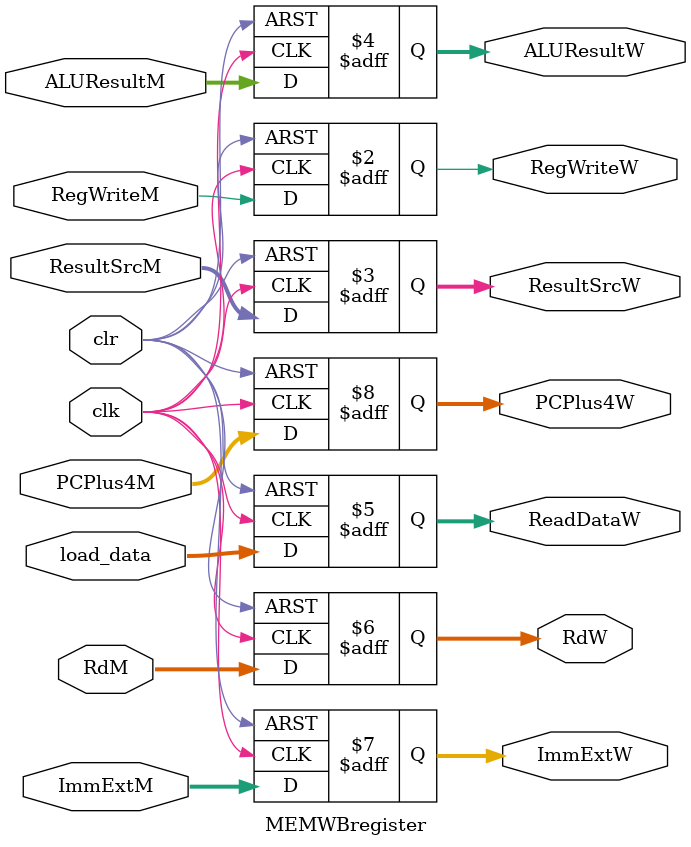
<source format=sv>
module IFregister (input logic clk, en, clr,
                    input logic [31:0] d,
                    output logic [31:0] q);
    
    always_ff @(posedge clk or posedge clr)
        if (clr) begin
            q <= 32'b0;
        end
        else if (en) q <= d;
        else q <= 32'bx;
endmodule // IF stage register

module IFIDregister (input logic clk, clr, en,
                    input logic [31:0] RD_instr, PCF, PCPlus4F,
                    output logic [31:0] InstrD, PCD, PCPlus4D);
    
    always_ff @(posedge clk or posedge clr)
        if (clr) begin
            InstrD <= 32'b0;
            PCD <= 32'b0;
            PCPlus4D <= 32'b0;
        end
        else if (en) begin
            InstrD <= RD_instr;
            PCD <= PCF;
            PCPlus4D <= PCPlus4F;
        end
endmodule // ID stage register

module IDEXregister (input logic clk, clr,

                    // ID stage controls signals
                    input logic RegWriteD,
                    input logic [1:0] ResultSrcD,
                    input logic MemWriteD,
                    input logic JumpD,
                    input logic BranchD,
                    input logic [3:0] ALUControlD,
                    input logic ALUSrcD,
                    input logic SrcAsrcD,
                    input logic [2:0] funct3D,
                    input logic jumpRegD,
                    input logic is_M,

                    // EX stage control signals
                    output logic RegWriteE,
                    output logic [1:0] ResultSrcE,
                    output logic MemWriteE,
                    output logic JumpE,
                    output logic BranchE,
                    output logic [3:0] ALUControlE,
                    output logic ALUSrcE,
                    output logic SrcAsrcE,
                    output logic [2:0] funct3E,
                    output logic jumpRegE,
                    output logic is_ME,

                    // Datapath inputs & outputs
                    input logic [31:0] RD1, RD2, PCD,
                    input logic [4:0] Rs1D, Rs2D, RdD,
                    input logic [31:0] ImmExtD,
                    input logic [31:0] PCPlus4D,

                    output logic [31:0] RD1E, RD2E, PCE,
                    output logic [4:0] Rs1E, Rs2E, RdE,
                    output logic [31:0] ImmExtE,
                    output logic [31:0] PCPlus4E
);

    always_ff @(posedge clk or posedge clr) begin
        if (clr) begin

            RegWriteE <= 1'b0;
            ResultSrcE <= 2'b0;
            MemWriteE <= 1'b0;
            JumpE <= 1'b0;
            BranchE <= 1'b0;
            ALUControlE <= 4'b0;
            ALUSrcE <= 1'b0;
            SrcAsrcE <= 1'b0;
            funct3E <= 3'b0;
            jumpRegE <= 1'b0;
            is_ME <= 1'b0;


            RD1E <= 32'b0; RD2E <= 32'b0; PCE <= 32'b0;
            Rs1E <= 5'b0; Rs2E <= 5'b0; RdE <= 5'b0;
            ImmExtE <= 32'b0;
            PCPlus4E <= 32'b0;
        end else begin

            RegWriteE <= RegWriteD;
            ResultSrcE <= ResultSrcD;
            MemWriteE <= MemWriteD;
            JumpE <= JumpD;
            BranchE <= BranchD;
            ALUControlE <= ALUControlD;
            ALUSrcE <= ALUSrcD;
            SrcAsrcE <= SrcAsrcD;
            funct3E <= funct3D;
            jumpRegE <= jumpRegD;
            is_ME <= is_M;

            RD1E <= RD1; RD2E <= RD2; PCE <= PCD;
            Rs1E <= Rs1D; Rs2E <= Rs2D; RdE <= RdD;
            ImmExtE <= ImmExtD;
            PCPlus4E <= PCPlus4D;
        end
    end   
endmodule

module Intemediate_register (input logic clk,
                    
                    // EX stage control signals
                    input logic RegWriteE,
                    input logic [1:0] ResultSrcE,
                    input logic MemWriteE,
                    input logic [2:0] funct3E,
                    input logic is_ME,

                    // Intermediate stage control signals
                    output logic RegWrite_interm,
                    output logic [1:0] ResultSrc_interm,
                    output logic MemWrite_interm,
                    output logic [2:0] funct3_interm,
                    output logic is_M_interm,

                    // datapath inputs & outputs
                    input logic [31:0] ALUResultE,
                    input logic [31:0] WriteDataE,
                    input logic [4:0] RdE,
                    input logic [31:0] ImmExtE,
                    input logic [31:0] PCPlus4E,
                    input logic [31:0] SrcAE,
                    input logic [31:0] SrcBE,

                    output logic [31:0] ALUResult_interm,
                    output logic [31:0] WriteData_interm,
                    output logic [4:0] Rd_interm,
                    output logic [31:0] ImmExt_interm,
                    output logic [31:0] PCPlus4_interm,
                    output logic [31:0] SrcA_interm,
                    output logic [31:0] SrcB_interm
);

    always_ff @(posedge clk or posedge clr) begin

        if (clr) begin
            RegWrite_interm <= 1'b0;
            ResultSrc_interm <= 2'b0;
            MemWrite_interm <= 1'b0;
            funct3_interm <= 3'b0;
            is_M_interm <= 1'b0;

            ALUResult_interm <= 32'b0;
            WriteData_interm <= 32'b0;
            Rd_interm <= 5'b0;
            ImmExt_interm <= 32'b0;
            PCPlus4_interm <= 32'b0;
            SrcA_interm <= 32'b0;
            SrcB_interm <= 32'b0;
        end else begin
            RegWrite_interm <= RegWriteE;
            ResultSrc_interm <= ResultSrcE;
            MemWrite_interm <= MemWriteE;
            funct3_interm <= funct3E;
            is_M_interm <= is_ME;

            ALUResult_interm <= ALUResultE;
            WriteData_interm <= WriteDataE;
            Rd_interm <= RdE;
            ImmExt_interm <= ImmExtE;
            PCPlus4_interm <= PCPlus4E;
            SrcA_interm <= SrcAE;
            SrcB_interm <= SrcBE;
        end
    end  
    
endmodule

module EXMEMregister (input logic clk, clr, // EX -> MEM

                    // Intermediate stage control signals
                    input logic RegWrite_interm,
                    input logic [1:0] ResultSrc_interm,
                    input logic MemWrite_interm,
                    input logic [2:0] funct3_interm,

                    // MEM stage control signals
                    output logic RegWriteM,
                    output logic [1:0] ResultSrcM,
                    output logic MemWriteM,
                    output logic [2:0] funct3M,

                    // datapath inputs & outputs
                    input logic [31:0] ALUResult_interm,
                    input logic [31:0] WriteData_interm,
                    input logic [4:0] Rd_interm,
                    input logic [31:0] ImmExt_interm,
                    input logic [31:0] PCPlus4_interm,

                    output logic [31:0] ALUResultM,
                    output logic [31:0] WriteDataM,
                    output logic [4:0] RdM,
                    output logic [31:0] ImmExtM,
                    output logic [31:0] PCPlus4M
);

    always_ff @(posedge clk or posedge clr) begin

        if (clr) begin
            RegWriteM <= 1'b0;
            ResultSrcM <= 2'b0;
            MemWriteM <= 1'b0;
            funct3M <= 3'b0;

            ALUResultM <= 32'b0;
            WriteDataM <= 32'b0;
            RdM <= 5'b0;
            ImmExtM <= 32'b0;
            PCPlus4M <= 32'b0;
        end else begin
            RegWriteM <= RegWrite_interm;
            ResultSrcM <= ResultSrc_interm;
            MemWriteM <= MemWrite_interm;
            funct3M <= funct3_interm;

            ALUResultM <= ALUResult_interm;
            WriteDataM <= WriteData_interm;
            RdM <= Rd_interm;
            ImmExtM <= ImmExt_interm;
            PCPlus4M <= PCPlus4_interm;
        end
    end  
endmodule

module MEMWBregister (input logic clk, clr, // MEM -> WB

                    // MEM stage control signals
                    input logic RegWriteM,
                    input logic [1:0] ResultSrcM,

                    // WB stage signals
                    output logic RegWriteW,
                    output logic [1:0] ResultSrcW,

                    // datapath inputs & outputs
                    input logic [31:0] ALUResultM,
                    input logic [31:0] load_data,
                    input logic [4:0] RdM,
                    input logic [31:0] ImmExtM,
                    input logic [31:0] PCPlus4M,

                    output logic [31:0] ALUResultW,
                    output logic [31:0] ReadDataW,
                    output logic [4:0] RdW,
                    output logic [31:0] ImmExtW,
                    output logic [31:0] PCPlus4W
);

    always_ff @(posedge clk or posedge clr) begin
        if (clr) begin
            RegWriteW <= 1'b0;
            ResultSrcW <= 2'b0;

            ALUResultW <= 32'b0;
            ReadDataW <= 32'b0;
            RdW <= 5'b0;
            ImmExtW <= 32'b0;
            PCPlus4W <= 32'b0;
        end else begin
            RegWriteW <= RegWriteM;
            ResultSrcW <= ResultSrcM;

            ALUResultW <= ALUResultM;
            ReadDataW <= load_data;
            RdW <= RdM;
            ImmExtW <= ImmExtM;
            PCPlus4W <= PCPlus4M;
        end
    end   
endmodule
</source>
